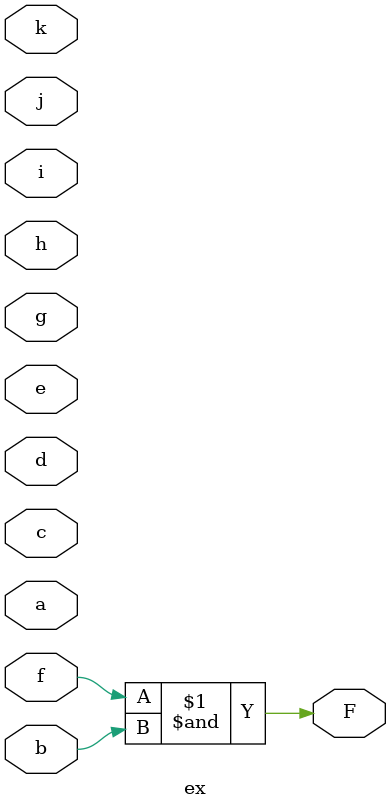
<source format=v>

module ex ( 
    a, b, c, d, e, f, g, h, i, j, k,
    F  );
  input  a, b, c, d, e, f, g, h, i, j, k;
  output F;
  assign F = f & b;
endmodule



</source>
